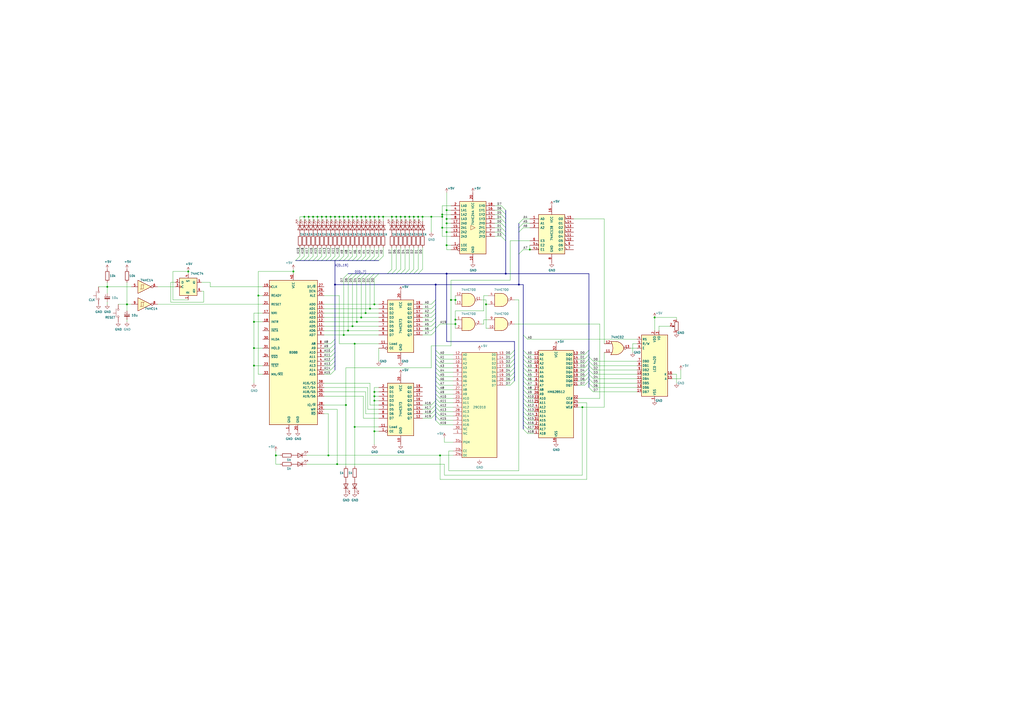
<source format=kicad_sch>
(kicad_sch (version 20211123) (generator eeschema)
  (paper "A2")
  (junction (at 149.86 171.45))
  (junction (at 222.25 125.73))
  (junction (at 232.41 125.73))
  (junction (at 186.69 125.73))
  (junction (at 256.54 132.08))
  (junction (at 209.55 184.15))
  (junction (at 214.63 179.07))
  (junction (at 147.32 201.93))
  (junction (at 195.58 269.24))
  (junction (at 256.54 124.46))
  (junction (at 259.08 134.62))
  (junction (at 259.08 142.24))
  (junction (at 217.17 232.41))
  (junction (at 281.94 176.53))
  (junction (at 234.95 125.73))
  (junction (at 147.32 186.69))
  (junction (at 176.53 125.73))
  (junction (at 379.73 184.15))
  (junction (at 337.82 236.22))
  (junction (at 264.16 173.99))
  (junction (at 259.08 121.92))
  (junction (at 237.49 125.73))
  (junction (at 217.17 125.73))
  (junction (at 293.37 158.75))
  (junction (at 214.63 125.73))
  (junction (at 194.31 125.73))
  (junction (at 264.16 187.96))
  (junction (at 217.17 229.87))
  (junction (at 256.54 125.73))
  (junction (at 229.87 125.73))
  (junction (at 252.73 165.1))
  (junction (at 261.62 173.99))
  (junction (at 199.39 125.73))
  (junction (at 147.32 212.09))
  (junction (at 189.23 125.73))
  (junction (at 160.02 264.16))
  (junction (at 200.66 234.95))
  (junction (at 205.74 247.65))
  (junction (at 191.77 125.73))
  (junction (at 179.07 125.73))
  (junction (at 196.85 125.73))
  (junction (at 212.09 181.61))
  (junction (at 170.18 157.48))
  (junction (at 199.39 194.31))
  (junction (at 190.5 264.16))
  (junction (at 209.55 125.73))
  (junction (at 255.27 264.16))
  (junction (at 307.34 144.78))
  (junction (at 240.03 125.73))
  (junction (at 194.31 165.1))
  (junction (at 204.47 189.23))
  (junction (at 207.01 125.73))
  (junction (at 217.17 227.33))
  (junction (at 184.15 125.73))
  (junction (at 207.01 186.69))
  (junction (at 300.99 165.1))
  (junction (at 204.47 125.73))
  (junction (at 217.17 176.53))
  (junction (at 73.66 176.53))
  (junction (at 205.74 199.39))
  (junction (at 181.61 125.73))
  (junction (at 259.08 129.54))
  (junction (at 264.16 185.42))
  (junction (at 219.71 125.73))
  (junction (at 201.93 191.77))
  (junction (at 217.17 250.19))
  (junction (at 245.11 125.73))
  (junction (at 201.93 125.73))
  (junction (at 259.08 158.75))
  (junction (at 250.19 125.73))
  (junction (at 109.22 157.48))
  (junction (at 242.57 125.73))
  (junction (at 62.23 166.37))
  (junction (at 259.08 127))
  (junction (at 227.33 125.73))
  (junction (at 212.09 125.73))
  (bus_entry (at 237.49 158.75) (size 2.54 -2.54))
  (bus_entry (at 234.95 158.75) (size 2.54 -2.54))
  (bus_entry (at 252.73 231.14) (size 2.54 2.54))
  (bus_entry (at 303.53 210.82) (size 2.54 2.54))
  (bus_entry (at 191.77 212.09) (size 2.54 -2.54))
  (bus_entry (at 227.33 158.75) (size 2.54 -2.54))
  (bus_entry (at 191.77 207.01) (size 2.54 -2.54))
  (bus_entry (at 290.83 129.54) (size 2.54 2.54))
  (bus_entry (at 250.19 184.15) (size 2.54 -2.54))
  (bus_entry (at 290.83 121.92) (size 2.54 2.54))
  (bus_entry (at 290.83 124.46) (size 2.54 2.54))
  (bus_entry (at 303.53 208.28) (size 2.54 2.54))
  (bus_entry (at 191.77 199.39) (size 2.54 -2.54))
  (bus_entry (at 173.99 151.13) (size 2.54 -2.54))
  (bus_entry (at 201.93 161.29) (size 2.54 -2.54))
  (bus_entry (at 219.71 151.13) (size 2.54 -2.54))
  (bus_entry (at 252.73 223.52) (size 2.54 2.54))
  (bus_entry (at 240.03 158.75) (size 2.54 -2.54))
  (bus_entry (at 341.63 212.09) (size 2.54 2.54))
  (bus_entry (at 303.53 144.78) (size -2.54 2.54))
  (bus_entry (at 303.53 127) (size -2.54 2.54))
  (bus_entry (at 303.53 129.54) (size -2.54 2.54))
  (bus_entry (at 303.53 132.08) (size -2.54 2.54))
  (bus_entry (at 295.91 208.28) (size 2.54 -2.54))
  (bus_entry (at 339.09 213.36) (size 2.54 -2.54))
  (bus_entry (at 252.73 238.76) (size 2.54 2.54))
  (bus_entry (at 341.63 219.71) (size 2.54 2.54))
  (bus_entry (at 303.53 218.44) (size 2.54 2.54))
  (bus_entry (at 184.15 151.13) (size 2.54 -2.54))
  (bus_entry (at 191.77 151.13) (size 2.54 -2.54))
  (bus_entry (at 295.91 213.36) (size 2.54 -2.54))
  (bus_entry (at 252.73 203.2) (size 2.54 2.54))
  (bus_entry (at 199.39 151.13) (size 2.54 -2.54))
  (bus_entry (at 224.79 158.75) (size 2.54 -2.54))
  (bus_entry (at 252.73 205.74) (size 2.54 2.54))
  (bus_entry (at 303.53 220.98) (size 2.54 2.54))
  (bus_entry (at 201.93 151.13) (size 2.54 -2.54))
  (bus_entry (at 217.17 151.13) (size 2.54 -2.54))
  (bus_entry (at 191.77 201.93) (size 2.54 -2.54))
  (bus_entry (at 295.91 220.98) (size 2.54 -2.54))
  (bus_entry (at 252.73 228.6) (size 2.54 2.54))
  (bus_entry (at 303.53 203.2) (size 2.54 2.54))
  (bus_entry (at 252.73 233.68) (size 2.54 2.54))
  (bus_entry (at 303.53 194.31) (size 2.54 2.54))
  (bus_entry (at 191.77 217.17) (size 2.54 -2.54))
  (bus_entry (at 303.53 231.14) (size 2.54 2.54))
  (bus_entry (at 290.83 137.16) (size 2.54 2.54))
  (bus_entry (at 303.53 238.76) (size 2.54 2.54))
  (bus_entry (at 303.53 213.36) (size 2.54 2.54))
  (bus_entry (at 209.55 151.13) (size 2.54 -2.54))
  (bus_entry (at 341.63 214.63) (size 2.54 2.54))
  (bus_entry (at 250.19 194.31) (size 2.54 -2.54))
  (bus_entry (at 250.19 234.95) (size 2.54 -2.54))
  (bus_entry (at 250.19 179.07) (size 2.54 -2.54))
  (bus_entry (at 204.47 161.29) (size 2.54 -2.54))
  (bus_entry (at 196.85 151.13) (size 2.54 -2.54))
  (bus_entry (at 181.61 151.13) (size 2.54 -2.54))
  (bus_entry (at 250.19 186.69) (size 2.54 -2.54))
  (bus_entry (at 290.83 132.08) (size 2.54 2.54))
  (bus_entry (at 207.01 151.13) (size 2.54 -2.54))
  (bus_entry (at 209.55 161.29) (size 2.54 -2.54))
  (bus_entry (at 341.63 224.79) (size 2.54 2.54))
  (bus_entry (at 191.77 214.63) (size 2.54 -2.54))
  (bus_entry (at 339.09 223.52) (size 2.54 -2.54))
  (bus_entry (at 341.63 207.01) (size 2.54 2.54))
  (bus_entry (at 339.09 218.44) (size 2.54 -2.54))
  (bus_entry (at 339.09 220.98) (size 2.54 -2.54))
  (bus_entry (at 339.09 210.82) (size 2.54 -2.54))
  (bus_entry (at 252.73 213.36) (size 2.54 2.54))
  (bus_entry (at 250.19 242.57) (size 2.54 -2.54))
  (bus_entry (at 176.53 151.13) (size 2.54 -2.54))
  (bus_entry (at 250.19 240.03) (size 2.54 -2.54))
  (bus_entry (at 191.77 209.55) (size 2.54 -2.54))
  (bus_entry (at 303.53 241.3) (size 2.54 2.54))
  (bus_entry (at 252.73 226.06) (size 2.54 2.54))
  (bus_entry (at 250.19 189.23) (size 2.54 -2.54))
  (bus_entry (at 290.83 119.38) (size 2.54 2.54))
  (bus_entry (at 179.07 151.13) (size 2.54 -2.54))
  (bus_entry (at 204.47 151.13) (size 2.54 -2.54))
  (bus_entry (at 303.53 236.22) (size 2.54 2.54))
  (bus_entry (at 171.45 151.13) (size 2.54 -2.54))
  (bus_entry (at 339.09 208.28) (size 2.54 -2.54))
  (bus_entry (at 341.63 209.55) (size 2.54 2.54))
  (bus_entry (at 252.73 190.5) (size 2.54 -2.54))
  (bus_entry (at 303.53 223.52) (size 2.54 2.54))
  (bus_entry (at 207.01 161.29) (size 2.54 -2.54))
  (bus_entry (at 242.57 158.75) (size 2.54 -2.54))
  (bus_entry (at 252.73 243.84) (size 2.54 2.54))
  (bus_entry (at 217.17 161.29) (size 2.54 -2.54))
  (bus_entry (at 339.09 205.74) (size 2.54 -2.54))
  (bus_entry (at 290.83 127) (size 2.54 2.54))
  (bus_entry (at 232.41 158.75) (size 2.54 -2.54))
  (bus_entry (at 252.73 210.82) (size 2.54 2.54))
  (bus_entry (at 252.73 241.3) (size 2.54 2.54))
  (bus_entry (at 341.63 217.17) (size 2.54 2.54))
  (bus_entry (at 295.91 215.9) (size 2.54 -2.54))
  (bus_entry (at 295.91 210.82) (size 2.54 -2.54))
  (bus_entry (at 212.09 161.29) (size 2.54 -2.54))
  (bus_entry (at 212.09 151.13) (size 2.54 -2.54))
  (bus_entry (at 229.87 158.75) (size 2.54 -2.54))
  (bus_entry (at 194.31 151.13) (size 2.54 -2.54))
  (bus_entry (at 191.77 204.47) (size 2.54 -2.54))
  (bus_entry (at 186.69 151.13) (size 2.54 -2.54))
  (bus_entry (at 214.63 151.13) (size 2.54 -2.54))
  (bus_entry (at 252.73 236.22) (size 2.54 2.54))
  (bus_entry (at 295.91 205.74) (size 2.54 -2.54))
  (bus_entry (at 295.91 223.52) (size 2.54 -2.54))
  (bus_entry (at 341.63 222.25) (size 2.54 2.54))
  (bus_entry (at 303.53 226.06) (size 2.54 2.54))
  (bus_entry (at 303.53 233.68) (size 2.54 2.54))
  (bus_entry (at 250.19 237.49) (size 2.54 -2.54))
  (bus_entry (at 295.91 218.44) (size 2.54 -2.54))
  (bus_entry (at 339.09 215.9) (size 2.54 -2.54))
  (bus_entry (at 303.53 205.74) (size 2.54 2.54))
  (bus_entry (at 199.39 161.29) (size 2.54 -2.54))
  (bus_entry (at 252.73 208.28) (size 2.54 2.54))
  (bus_entry (at 303.53 246.38) (size 2.54 2.54))
  (bus_entry (at 250.19 191.77) (size 2.54 -2.54))
  (bus_entry (at 252.73 215.9) (size 2.54 2.54))
  (bus_entry (at 303.53 228.6) (size 2.54 2.54))
  (bus_entry (at 290.83 134.62) (size 2.54 2.54))
  (bus_entry (at 189.23 151.13) (size 2.54 -2.54))
  (bus_entry (at 250.19 181.61) (size 2.54 -2.54))
  (bus_entry (at 214.63 161.29) (size 2.54 -2.54))
  (bus_entry (at 250.19 176.53) (size 2.54 -2.54))
  (bus_entry (at 303.53 243.84) (size 2.54 2.54))
  (bus_entry (at 252.73 220.98) (size 2.54 2.54))
  (bus_entry (at 303.53 248.92) (size 2.54 2.54))
  (bus_entry (at 252.73 218.44) (size 2.54 2.54))
  (bus_entry (at 303.53 215.9) (size 2.54 2.54))
  (bus (pts (xy 303.53 238.76) (xy 303.53 241.3)))
  (wire (pts (xy 255.27 205.74) (xy 262.89 205.74)))
  (wire (pts (xy 245.11 189.23) (xy 250.19 189.23)))
  (wire (pts (xy 201.93 148.59) (xy 201.93 143.51)))
  (wire (pts (xy 337.82 236.22) (xy 335.28 236.22)))
  (wire (pts (xy 293.37 208.28) (xy 295.91 208.28)))
  (wire (pts (xy 201.93 128.27) (xy 201.93 125.73)))
  (wire (pts (xy 287.02 127) (xy 290.83 127)))
  (bus (pts (xy 252.73 184.15) (xy 252.73 186.69)))
  (wire (pts (xy 217.17 161.29) (xy 217.17 176.53)))
  (wire (pts (xy 212.09 125.73) (xy 214.63 125.73)))
  (wire (pts (xy 344.17 209.55) (xy 369.57 209.55)))
  (bus (pts (xy 214.63 158.75) (xy 217.17 158.75)))
  (bus (pts (xy 298.45 203.2) (xy 298.45 205.74)))
  (wire (pts (xy 280.67 185.42) (xy 280.67 187.96)))
  (wire (pts (xy 207.01 143.51) (xy 207.01 148.59)))
  (wire (pts (xy 255.27 187.96) (xy 264.16 187.96)))
  (wire (pts (xy 261.62 142.24) (xy 259.08 142.24)))
  (wire (pts (xy 255.27 226.06) (xy 262.89 226.06)))
  (wire (pts (xy 214.63 179.07) (xy 219.71 179.07)))
  (wire (pts (xy 187.96 237.49) (xy 195.58 237.49)))
  (wire (pts (xy 152.4 212.09) (xy 147.32 212.09)))
  (wire (pts (xy 219.71 189.23) (xy 204.47 189.23)))
  (wire (pts (xy 176.53 125.73) (xy 179.07 125.73)))
  (bus (pts (xy 194.31 165.1) (xy 194.31 196.85)))
  (wire (pts (xy 199.39 128.27) (xy 199.39 125.73)))
  (bus (pts (xy 252.73 234.95) (xy 252.73 236.22)))
  (bus (pts (xy 173.99 151.13) (xy 176.53 151.13)))
  (wire (pts (xy 335.28 220.98) (xy 339.09 220.98)))
  (bus (pts (xy 176.53 151.13) (xy 179.07 151.13)))
  (wire (pts (xy 369.57 199.39) (xy 367.03 199.39)))
  (wire (pts (xy 73.66 185.42) (xy 73.66 186.69)))
  (wire (pts (xy 205.74 199.39) (xy 219.71 199.39)))
  (wire (pts (xy 257.81 275.59) (xy 337.82 275.59)))
  (bus (pts (xy 201.93 151.13) (xy 204.47 151.13)))
  (wire (pts (xy 293.37 223.52) (xy 295.91 223.52)))
  (wire (pts (xy 347.98 187.96) (xy 347.98 231.14)))
  (bus (pts (xy 293.37 158.75) (xy 259.08 158.75)))
  (wire (pts (xy 121.92 163.83) (xy 116.84 163.83)))
  (bus (pts (xy 341.63 213.36) (xy 341.63 214.63)))
  (wire (pts (xy 250.19 181.61) (xy 245.11 181.61)))
  (wire (pts (xy 76.2 166.37) (xy 62.23 166.37)))
  (wire (pts (xy 283.21 176.53) (xy 281.94 176.53)))
  (wire (pts (xy 205.74 247.65) (xy 219.71 247.65)))
  (wire (pts (xy 170.18 157.48) (xy 170.18 158.75)))
  (wire (pts (xy 264.16 171.45) (xy 264.16 173.99)))
  (wire (pts (xy 250.19 213.36) (xy 250.19 200.66)))
  (wire (pts (xy 344.17 227.33) (xy 369.57 227.33)))
  (bus (pts (xy 201.93 158.75) (xy 204.47 158.75)))
  (wire (pts (xy 212.09 128.27) (xy 212.09 125.73)))
  (bus (pts (xy 171.45 151.13) (xy 173.99 151.13)))
  (wire (pts (xy 259.08 134.62) (xy 259.08 142.24)))
  (wire (pts (xy 91.44 166.37) (xy 101.6 166.37)))
  (bus (pts (xy 252.73 181.61) (xy 252.73 184.15)))
  (wire (pts (xy 337.82 236.22) (xy 350.52 236.22)))
  (wire (pts (xy 281.94 190.5) (xy 283.21 190.5)))
  (bus (pts (xy 293.37 139.7) (xy 293.37 158.75)))
  (wire (pts (xy 205.74 247.65) (xy 205.74 270.51)))
  (bus (pts (xy 341.63 222.25) (xy 341.63 224.79)))
  (wire (pts (xy 255.27 215.9) (xy 262.89 215.9)))
  (bus (pts (xy 303.53 165.1) (xy 303.53 194.31)))
  (wire (pts (xy 62.23 175.26) (xy 62.23 176.53)))
  (wire (pts (xy 209.55 184.15) (xy 219.71 184.15)))
  (wire (pts (xy 219.71 224.79) (xy 217.17 224.79)))
  (wire (pts (xy 303.53 144.78) (xy 307.34 144.78)))
  (wire (pts (xy 204.47 148.59) (xy 204.47 143.51)))
  (bus (pts (xy 186.69 151.13) (xy 189.23 151.13)))
  (wire (pts (xy 242.57 125.73) (xy 245.11 125.73)))
  (wire (pts (xy 212.09 227.33) (xy 212.09 240.03)))
  (wire (pts (xy 245.11 179.07) (xy 250.19 179.07)))
  (bus (pts (xy 303.53 231.14) (xy 303.53 233.68)))
  (wire (pts (xy 99.06 175.26) (xy 118.11 175.26)))
  (wire (pts (xy 204.47 189.23) (xy 187.96 189.23)))
  (bus (pts (xy 252.73 208.28) (xy 252.73 210.82)))
  (wire (pts (xy 147.32 186.69) (xy 152.4 186.69)))
  (bus (pts (xy 298.45 210.82) (xy 298.45 213.36)))
  (wire (pts (xy 173.99 148.59) (xy 173.99 143.51)))
  (wire (pts (xy 207.01 128.27) (xy 207.01 125.73)))
  (bus (pts (xy 232.41 158.75) (xy 234.95 158.75)))
  (bus (pts (xy 252.73 215.9) (xy 252.73 218.44)))
  (wire (pts (xy 191.77 201.93) (xy 187.96 201.93)))
  (wire (pts (xy 250.19 176.53) (xy 245.11 176.53)))
  (bus (pts (xy 303.53 226.06) (xy 303.53 228.6)))
  (wire (pts (xy 100.33 157.48) (xy 109.22 157.48)))
  (wire (pts (xy 306.07 196.85) (xy 369.57 196.85)))
  (wire (pts (xy 217.17 229.87) (xy 219.71 229.87)))
  (wire (pts (xy 187.96 240.03) (xy 190.5 240.03)))
  (bus (pts (xy 204.47 151.13) (xy 207.01 151.13)))
  (wire (pts (xy 382.27 189.23) (xy 388.62 189.23)))
  (wire (pts (xy 264.16 173.99) (xy 264.16 176.53)))
  (bus (pts (xy 303.53 243.84) (xy 303.53 246.38)))
  (bus (pts (xy 303.53 236.22) (xy 303.53 238.76)))
  (wire (pts (xy 227.33 125.73) (xy 222.25 125.73)))
  (wire (pts (xy 259.08 127) (xy 261.62 127)))
  (bus (pts (xy 191.77 151.13) (xy 194.31 151.13)))
  (wire (pts (xy 295.91 139.7) (xy 307.34 139.7)))
  (bus (pts (xy 217.17 158.75) (xy 219.71 158.75)))
  (bus (pts (xy 298.45 208.28) (xy 298.45 210.82)))
  (wire (pts (xy 245.11 156.21) (xy 245.11 143.51)))
  (wire (pts (xy 306.07 248.92) (xy 309.88 248.92)))
  (bus (pts (xy 252.73 186.69) (xy 252.73 189.23)))
  (wire (pts (xy 62.23 166.37) (xy 62.23 170.18)))
  (bus (pts (xy 252.73 165.1) (xy 300.99 165.1)))
  (wire (pts (xy 250.19 200.66) (xy 261.62 200.66)))
  (wire (pts (xy 227.33 125.73) (xy 229.87 125.73)))
  (bus (pts (xy 214.63 151.13) (xy 217.17 151.13)))
  (wire (pts (xy 229.87 143.51) (xy 229.87 156.21)))
  (bus (pts (xy 194.31 165.1) (xy 252.73 165.1)))
  (wire (pts (xy 219.71 176.53) (xy 217.17 176.53)))
  (wire (pts (xy 256.54 125.73) (xy 256.54 132.08)))
  (wire (pts (xy 255.27 264.16) (xy 262.89 264.16)))
  (wire (pts (xy 365.76 201.93) (xy 369.57 201.93)))
  (wire (pts (xy 306.07 236.22) (xy 309.88 236.22)))
  (wire (pts (xy 173.99 125.73) (xy 176.53 125.73)))
  (wire (pts (xy 196.85 171.45) (xy 196.85 199.39)))
  (wire (pts (xy 76.2 176.53) (xy 73.66 176.53)))
  (bus (pts (xy 252.73 241.3) (xy 252.73 243.84)))
  (wire (pts (xy 177.8 264.16) (xy 190.5 264.16)))
  (wire (pts (xy 232.41 128.27) (xy 232.41 125.73)))
  (wire (pts (xy 255.27 243.84) (xy 262.89 243.84)))
  (wire (pts (xy 176.53 143.51) (xy 176.53 148.59)))
  (wire (pts (xy 245.11 194.31) (xy 250.19 194.31)))
  (wire (pts (xy 245.11 184.15) (xy 250.19 184.15)))
  (bus (pts (xy 224.79 158.75) (xy 227.33 158.75)))
  (wire (pts (xy 337.82 236.22) (xy 337.82 275.59)))
  (wire (pts (xy 195.58 269.24) (xy 257.81 269.24)))
  (wire (pts (xy 306.07 233.68) (xy 309.88 233.68)))
  (wire (pts (xy 287.02 129.54) (xy 290.83 129.54)))
  (bus (pts (xy 179.07 151.13) (xy 181.61 151.13)))
  (bus (pts (xy 194.31 196.85) (xy 194.31 199.39)))
  (wire (pts (xy 300.99 273.05) (xy 300.99 173.99)))
  (wire (pts (xy 280.67 171.45) (xy 280.67 180.34)))
  (bus (pts (xy 252.73 232.41) (xy 252.73 233.68)))
  (wire (pts (xy 261.62 134.62) (xy 259.08 134.62)))
  (bus (pts (xy 303.53 228.6) (xy 303.53 231.14)))
  (bus (pts (xy 227.33 158.75) (xy 229.87 158.75)))
  (wire (pts (xy 240.03 143.51) (xy 240.03 156.21)))
  (wire (pts (xy 281.94 176.53) (xy 281.94 173.99)))
  (wire (pts (xy 214.63 161.29) (xy 214.63 179.07)))
  (wire (pts (xy 237.49 143.51) (xy 237.49 156.21)))
  (wire (pts (xy 250.19 125.73) (xy 256.54 125.73)))
  (wire (pts (xy 255.27 210.82) (xy 262.89 210.82)))
  (wire (pts (xy 209.55 125.73) (xy 212.09 125.73)))
  (wire (pts (xy 191.77 148.59) (xy 191.77 143.51)))
  (wire (pts (xy 217.17 227.33) (xy 219.71 227.33)))
  (wire (pts (xy 287.02 121.92) (xy 290.83 121.92)))
  (bus (pts (xy 252.73 226.06) (xy 252.73 228.6)))
  (wire (pts (xy 261.62 121.92) (xy 259.08 121.92)))
  (wire (pts (xy 306.07 208.28) (xy 309.88 208.28)))
  (wire (pts (xy 287.02 134.62) (xy 290.83 134.62)))
  (wire (pts (xy 335.28 213.36) (xy 339.09 213.36)))
  (bus (pts (xy 341.63 220.98) (xy 341.63 222.25)))
  (bus (pts (xy 194.31 207.01) (xy 194.31 209.55)))
  (bus (pts (xy 181.61 151.13) (xy 184.15 151.13)))
  (wire (pts (xy 170.18 156.21) (xy 170.18 157.48)))
  (wire (pts (xy 214.63 222.25) (xy 214.63 234.95)))
  (wire (pts (xy 187.96 194.31) (xy 199.39 194.31)))
  (bus (pts (xy 199.39 151.13) (xy 201.93 151.13)))
  (wire (pts (xy 207.01 161.29) (xy 207.01 186.69)))
  (wire (pts (xy 298.45 187.96) (xy 347.98 187.96)))
  (bus (pts (xy 240.03 158.75) (xy 242.57 158.75)))
  (wire (pts (xy 160.02 264.16) (xy 160.02 269.24)))
  (wire (pts (xy 287.02 124.46) (xy 290.83 124.46)))
  (bus (pts (xy 209.55 158.75) (xy 212.09 158.75)))
  (wire (pts (xy 149.86 217.17) (xy 149.86 171.45)))
  (bus (pts (xy 303.53 220.98) (xy 303.53 223.52)))
  (wire (pts (xy 344.17 214.63) (xy 369.57 214.63)))
  (wire (pts (xy 259.08 111.76) (xy 259.08 121.92)))
  (bus (pts (xy 252.73 191.77) (xy 252.73 203.2)))
  (bus (pts (xy 259.08 158.75) (xy 259.08 198.12)))
  (wire (pts (xy 210.82 242.57) (xy 219.71 242.57)))
  (wire (pts (xy 293.37 213.36) (xy 295.91 213.36)))
  (wire (pts (xy 295.91 162.56) (xy 295.91 139.7)))
  (wire (pts (xy 335.28 210.82) (xy 339.09 210.82)))
  (bus (pts (xy 293.37 121.92) (xy 293.37 124.46)))
  (wire (pts (xy 200.66 234.95) (xy 200.66 213.36)))
  (wire (pts (xy 259.08 144.78) (xy 259.08 142.24)))
  (wire (pts (xy 340.36 233.68) (xy 340.36 278.13)))
  (wire (pts (xy 335.28 233.68) (xy 340.36 233.68)))
  (wire (pts (xy 109.22 173.99) (xy 100.33 173.99)))
  (wire (pts (xy 257.81 254) (xy 257.81 256.54)))
  (wire (pts (xy 73.66 163.83) (xy 73.66 176.53)))
  (wire (pts (xy 240.03 128.27) (xy 240.03 125.73)))
  (wire (pts (xy 100.33 173.99) (xy 100.33 157.48)))
  (wire (pts (xy 181.61 125.73) (xy 184.15 125.73)))
  (bus (pts (xy 303.53 203.2) (xy 303.53 205.74)))
  (bus (pts (xy 298.45 218.44) (xy 298.45 220.98)))
  (wire (pts (xy 187.96 209.55) (xy 191.77 209.55)))
  (wire (pts (xy 149.86 157.48) (xy 149.86 171.45)))
  (wire (pts (xy 245.11 240.03) (xy 250.19 240.03)))
  (wire (pts (xy 256.54 132.08) (xy 261.62 132.08)))
  (bus (pts (xy 341.63 203.2) (xy 341.63 205.74)))
  (bus (pts (xy 298.45 215.9) (xy 298.45 218.44)))
  (wire (pts (xy 306.07 213.36) (xy 309.88 213.36)))
  (wire (pts (xy 261.62 200.66) (xy 261.62 173.99)))
  (bus (pts (xy 341.63 158.75) (xy 293.37 158.75)))
  (wire (pts (xy 350.52 199.39) (xy 350.52 127)))
  (bus (pts (xy 303.53 215.9) (xy 303.53 218.44)))
  (bus (pts (xy 212.09 151.13) (xy 214.63 151.13)))
  (bus (pts (xy 219.71 158.75) (xy 224.79 158.75)))
  (wire (pts (xy 260.35 273.05) (xy 300.99 273.05)))
  (wire (pts (xy 222.25 148.59) (xy 222.25 143.51)))
  (wire (pts (xy 222.25 128.27) (xy 222.25 125.73)))
  (wire (pts (xy 187.96 191.77) (xy 201.93 191.77)))
  (bus (pts (xy 252.73 173.99) (xy 252.73 176.53)))
  (wire (pts (xy 109.22 157.48) (xy 109.22 158.75)))
  (wire (pts (xy 181.61 128.27) (xy 181.61 125.73)))
  (wire (pts (xy 147.32 186.69) (xy 147.32 201.93)))
  (wire (pts (xy 217.17 232.41) (xy 217.17 250.19)))
  (wire (pts (xy 152.4 166.37) (xy 121.92 166.37)))
  (wire (pts (xy 255.27 228.6) (xy 262.89 228.6)))
  (wire (pts (xy 160.02 269.24) (xy 162.56 269.24)))
  (wire (pts (xy 389.89 217.17) (xy 392.43 217.17)))
  (wire (pts (xy 217.17 229.87) (xy 217.17 232.41)))
  (wire (pts (xy 237.49 128.27) (xy 237.49 125.73)))
  (wire (pts (xy 250.19 191.77) (xy 245.11 191.77)))
  (wire (pts (xy 184.15 128.27) (xy 184.15 125.73)))
  (wire (pts (xy 191.77 207.01) (xy 187.96 207.01)))
  (wire (pts (xy 237.49 125.73) (xy 240.03 125.73)))
  (wire (pts (xy 306.07 243.84) (xy 309.88 243.84)))
  (wire (pts (xy 200.66 234.95) (xy 200.66 270.51)))
  (wire (pts (xy 303.53 127) (xy 307.34 127)))
  (wire (pts (xy 204.47 161.29) (xy 204.47 189.23)))
  (wire (pts (xy 214.63 234.95) (xy 219.71 234.95)))
  (wire (pts (xy 213.36 237.49) (xy 219.71 237.49)))
  (bus (pts (xy 252.73 237.49) (xy 252.73 238.76)))
  (bus (pts (xy 303.53 205.74) (xy 303.53 208.28)))
  (wire (pts (xy 392.43 184.15) (xy 379.73 184.15)))
  (bus (pts (xy 341.63 208.28) (xy 341.63 209.55)))
  (wire (pts (xy 335.28 215.9) (xy 339.09 215.9)))
  (wire (pts (xy 332.74 127) (xy 350.52 127)))
  (bus (pts (xy 341.63 203.2) (xy 341.63 158.75)))
  (wire (pts (xy 214.63 128.27) (xy 214.63 125.73)))
  (wire (pts (xy 350.52 204.47) (xy 350.52 236.22)))
  (wire (pts (xy 306.07 220.98) (xy 309.88 220.98)))
  (bus (pts (xy 252.73 240.03) (xy 252.73 241.3)))
  (wire (pts (xy 184.15 125.73) (xy 186.69 125.73)))
  (wire (pts (xy 219.71 201.93) (xy 219.71 209.55)))
  (wire (pts (xy 189.23 128.27) (xy 189.23 125.73)))
  (wire (pts (xy 200.66 213.36) (xy 250.19 213.36)))
  (wire (pts (xy 99.06 163.83) (xy 99.06 175.26)))
  (bus (pts (xy 194.31 209.55) (xy 194.31 212.09)))
  (wire (pts (xy 281.94 176.53) (xy 281.94 190.5)))
  (wire (pts (xy 256.54 124.46) (xy 261.62 124.46)))
  (wire (pts (xy 344.17 217.17) (xy 369.57 217.17)))
  (wire (pts (xy 201.93 125.73) (xy 204.47 125.73)))
  (wire (pts (xy 335.28 223.52) (xy 339.09 223.52)))
  (wire (pts (xy 280.67 187.96) (xy 279.4 187.96)))
  (wire (pts (xy 184.15 148.59) (xy 184.15 143.51)))
  (wire (pts (xy 62.23 163.83) (xy 62.23 166.37)))
  (wire (pts (xy 187.96 214.63) (xy 191.77 214.63)))
  (bus (pts (xy 194.31 201.93) (xy 194.31 204.47)))
  (wire (pts (xy 335.28 208.28) (xy 339.09 208.28)))
  (wire (pts (xy 212.09 240.03) (xy 219.71 240.03)))
  (wire (pts (xy 62.23 166.37) (xy 57.15 166.37)))
  (wire (pts (xy 255.27 231.14) (xy 262.89 231.14)))
  (wire (pts (xy 196.85 148.59) (xy 196.85 143.51)))
  (wire (pts (xy 190.5 240.03) (xy 190.5 264.16)))
  (wire (pts (xy 212.09 148.59) (xy 212.09 143.51)))
  (wire (pts (xy 204.47 125.73) (xy 207.01 125.73)))
  (wire (pts (xy 99.06 163.83) (xy 101.6 163.83)))
  (wire (pts (xy 300.99 173.99) (xy 298.45 173.99)))
  (wire (pts (xy 261.62 119.38) (xy 256.54 119.38)))
  (wire (pts (xy 259.08 129.54) (xy 259.08 127)))
  (wire (pts (xy 210.82 229.87) (xy 210.82 242.57)))
  (wire (pts (xy 181.61 148.59) (xy 181.61 143.51)))
  (wire (pts (xy 306.07 228.6) (xy 309.88 228.6)))
  (wire (pts (xy 242.57 128.27) (xy 242.57 125.73)))
  (wire (pts (xy 201.93 191.77) (xy 219.71 191.77)))
  (wire (pts (xy 187.96 186.69) (xy 207.01 186.69)))
  (bus (pts (xy 341.63 212.09) (xy 341.63 213.36)))
  (wire (pts (xy 179.07 125.73) (xy 181.61 125.73)))
  (wire (pts (xy 264.16 180.34) (xy 264.16 185.42)))
  (bus (pts (xy 341.63 210.82) (xy 341.63 212.09)))
  (bus (pts (xy 293.37 124.46) (xy 293.37 127)))
  (wire (pts (xy 187.96 179.07) (xy 214.63 179.07)))
  (wire (pts (xy 179.07 143.51) (xy 179.07 148.59)))
  (wire (pts (xy 283.21 185.42) (xy 280.67 185.42)))
  (wire (pts (xy 196.85 125.73) (xy 199.39 125.73)))
  (wire (pts (xy 259.08 134.62) (xy 259.08 129.54)))
  (bus (pts (xy 341.63 217.17) (xy 341.63 218.44)))
  (wire (pts (xy 217.17 128.27) (xy 217.17 125.73)))
  (bus (pts (xy 303.53 194.31) (xy 303.53 203.2)))
  (wire (pts (xy 256.54 132.08) (xy 256.54 137.16)))
  (wire (pts (xy 147.32 212.09) (xy 147.32 222.25)))
  (bus (pts (xy 189.23 151.13) (xy 191.77 151.13)))
  (wire (pts (xy 242.57 143.51) (xy 242.57 156.21)))
  (wire (pts (xy 176.53 128.27) (xy 176.53 125.73)))
  (wire (pts (xy 335.28 218.44) (xy 339.09 218.44)))
  (wire (pts (xy 306.07 226.06) (xy 309.88 226.06)))
  (bus (pts (xy 341.63 218.44) (xy 341.63 219.71)))
  (bus (pts (xy 194.31 151.13) (xy 194.31 165.1)))
  (wire (pts (xy 255.27 246.38) (xy 262.89 246.38)))
  (wire (pts (xy 73.66 176.53) (xy 73.66 180.34)))
  (wire (pts (xy 256.54 119.38) (xy 256.54 124.46)))
  (wire (pts (xy 189.23 125.73) (xy 191.77 125.73)))
  (wire (pts (xy 118.11 168.91) (xy 116.84 168.91)))
  (wire (pts (xy 255.27 278.13) (xy 340.36 278.13)))
  (wire (pts (xy 217.17 148.59) (xy 217.17 143.51)))
  (wire (pts (xy 255.27 220.98) (xy 262.89 220.98)))
  (wire (pts (xy 306.07 218.44) (xy 309.88 218.44)))
  (bus (pts (xy 196.85 151.13) (xy 199.39 151.13)))
  (wire (pts (xy 187.96 227.33) (xy 212.09 227.33)))
  (wire (pts (xy 256.54 124.46) (xy 256.54 125.73)))
  (wire (pts (xy 199.39 143.51) (xy 199.39 148.59)))
  (wire (pts (xy 257.81 269.24) (xy 257.81 275.59)))
  (wire (pts (xy 255.27 241.3) (xy 262.89 241.3)))
  (wire (pts (xy 191.77 217.17) (xy 187.96 217.17)))
  (bus (pts (xy 209.55 151.13) (xy 212.09 151.13)))
  (wire (pts (xy 152.4 217.17) (xy 149.86 217.17)))
  (wire (pts (xy 187.96 199.39) (xy 191.77 199.39)))
  (wire (pts (xy 209.55 143.51) (xy 209.55 148.59)))
  (wire (pts (xy 256.54 137.16) (xy 261.62 137.16)))
  (wire (pts (xy 344.17 224.79) (xy 369.57 224.79)))
  (wire (pts (xy 199.39 194.31) (xy 219.71 194.31)))
  (bus (pts (xy 300.99 134.62) (xy 300.99 147.32)))
  (wire (pts (xy 227.33 125.73) (xy 227.33 128.27)))
  (wire (pts (xy 255.27 223.52) (xy 262.89 223.52)))
  (wire (pts (xy 204.47 128.27) (xy 204.47 125.73)))
  (wire (pts (xy 293.37 205.74) (xy 295.91 205.74)))
  (bus (pts (xy 194.31 212.09) (xy 194.31 214.63)))
  (wire (pts (xy 217.17 227.33) (xy 217.17 229.87)))
  (bus (pts (xy 259.08 198.12) (xy 298.45 198.12)))
  (wire (pts (xy 217.17 250.19) (xy 217.17 257.81)))
  (wire (pts (xy 293.37 218.44) (xy 295.91 218.44)))
  (bus (pts (xy 298.45 198.12) (xy 298.45 203.2)))
  (wire (pts (xy 344.17 222.25) (xy 369.57 222.25)))
  (bus (pts (xy 237.49 158.75) (xy 240.03 158.75)))
  (bus (pts (xy 298.45 205.74) (xy 298.45 208.28)))
  (bus (pts (xy 252.73 231.14) (xy 252.73 232.41)))
  (wire (pts (xy 217.17 232.41) (xy 219.71 232.41)))
  (bus (pts (xy 303.53 246.38) (xy 303.53 248.92)))
  (wire (pts (xy 367.03 199.39) (xy 367.03 204.47)))
  (wire (pts (xy 152.4 201.93) (xy 147.32 201.93)))
  (bus (pts (xy 204.47 158.75) (xy 207.01 158.75)))
  (bus (pts (xy 252.73 233.68) (xy 252.73 234.95)))
  (wire (pts (xy 217.17 224.79) (xy 217.17 227.33)))
  (wire (pts (xy 205.74 199.39) (xy 205.74 247.65)))
  (bus (pts (xy 293.37 137.16) (xy 293.37 139.7)))
  (wire (pts (xy 306.07 215.9) (xy 309.88 215.9)))
  (wire (pts (xy 219.71 250.19) (xy 217.17 250.19)))
  (bus (pts (xy 293.37 127) (xy 293.37 129.54)))
  (wire (pts (xy 187.96 224.79) (xy 213.36 224.79)))
  (wire (pts (xy 209.55 128.27) (xy 209.55 125.73)))
  (wire (pts (xy 344.17 212.09) (xy 369.57 212.09)))
  (wire (pts (xy 306.07 251.46) (xy 309.88 251.46)))
  (wire (pts (xy 257.81 256.54) (xy 262.89 256.54)))
  (bus (pts (xy 207.01 151.13) (xy 209.55 151.13)))
  (wire (pts (xy 217.17 176.53) (xy 187.96 176.53)))
  (bus (pts (xy 293.37 129.54) (xy 293.37 132.08)))
  (bus (pts (xy 212.09 158.75) (xy 214.63 158.75)))
  (wire (pts (xy 255.27 213.36) (xy 262.89 213.36)))
  (bus (pts (xy 252.73 165.1) (xy 252.73 173.99)))
  (bus (pts (xy 341.63 209.55) (xy 341.63 210.82)))
  (bus (pts (xy 252.73 218.44) (xy 252.73 220.98)))
  (wire (pts (xy 306.07 223.52) (xy 309.88 223.52)))
  (bus (pts (xy 252.73 189.23) (xy 252.73 190.5)))
  (wire (pts (xy 91.44 176.53) (xy 152.4 176.53)))
  (bus (pts (xy 252.73 236.22) (xy 252.73 237.49)))
  (wire (pts (xy 229.87 128.27) (xy 229.87 125.73)))
  (wire (pts (xy 255.27 208.28) (xy 262.89 208.28)))
  (wire (pts (xy 245.11 234.95) (xy 250.19 234.95)))
  (bus (pts (xy 252.73 238.76) (xy 252.73 240.03)))
  (wire (pts (xy 187.96 204.47) (xy 191.77 204.47)))
  (bus (pts (xy 252.73 205.74) (xy 252.73 208.28)))
  (wire (pts (xy 232.41 143.51) (xy 232.41 156.21)))
  (bus (pts (xy 252.73 179.07) (xy 252.73 181.61)))
  (bus (pts (xy 252.73 228.6) (xy 252.73 231.14)))
  (wire (pts (xy 217.17 125.73) (xy 219.71 125.73)))
  (wire (pts (xy 392.43 185.42) (xy 392.43 184.15)))
  (wire (pts (xy 306.07 231.14) (xy 309.88 231.14)))
  (bus (pts (xy 303.53 210.82) (xy 303.53 213.36)))
  (wire (pts (xy 196.85 199.39) (xy 205.74 199.39)))
  (wire (pts (xy 240.03 125.73) (xy 242.57 125.73)))
  (wire (pts (xy 160.02 261.62) (xy 160.02 264.16)))
  (wire (pts (xy 149.86 171.45) (xy 152.4 171.45)))
  (bus (pts (xy 300.99 129.54) (xy 300.99 132.08)))
  (wire (pts (xy 306.07 241.3) (xy 309.88 241.3)))
  (bus (pts (xy 293.37 134.62) (xy 293.37 137.16)))
  (wire (pts (xy 118.11 175.26) (xy 118.11 168.91)))
  (wire (pts (xy 255.27 236.22) (xy 262.89 236.22)))
  (wire (pts (xy 293.37 215.9) (xy 295.91 215.9)))
  (wire (pts (xy 219.71 125.73) (xy 222.25 125.73)))
  (bus (pts (xy 252.73 210.82) (xy 252.73 213.36)))
  (wire (pts (xy 232.41 125.73) (xy 234.95 125.73)))
  (bus (pts (xy 194.31 199.39) (xy 194.31 201.93)))
  (wire (pts (xy 195.58 237.49) (xy 195.58 269.24)))
  (bus (pts (xy 194.31 151.13) (xy 196.85 151.13)))
  (wire (pts (xy 177.8 269.24) (xy 195.58 269.24)))
  (wire (pts (xy 307.34 142.24) (xy 307.34 144.78)))
  (wire (pts (xy 207.01 186.69) (xy 219.71 186.69)))
  (bus (pts (xy 252.73 213.36) (xy 252.73 215.9)))
  (wire (pts (xy 335.28 205.74) (xy 339.09 205.74)))
  (wire (pts (xy 234.95 125.73) (xy 237.49 125.73)))
  (wire (pts (xy 245.11 128.27) (xy 245.11 125.73)))
  (wire (pts (xy 264.16 185.42) (xy 264.16 187.96)))
  (bus (pts (xy 303.53 208.28) (xy 303.53 210.82)))
  (wire (pts (xy 194.31 143.51) (xy 194.31 148.59)))
  (bus (pts (xy 293.37 132.08) (xy 293.37 134.62)))
  (wire (pts (xy 196.85 128.27) (xy 196.85 125.73)))
  (bus (pts (xy 303.53 241.3) (xy 303.53 243.84)))
  (wire (pts (xy 303.53 132.08) (xy 307.34 132.08)))
  (wire (pts (xy 255.27 264.16) (xy 255.27 278.13)))
  (bus (pts (xy 341.63 207.01) (xy 341.63 208.28)))
  (bus (pts (xy 341.63 219.71) (xy 341.63 220.98)))
  (wire (pts (xy 191.77 128.27) (xy 191.77 125.73)))
  (wire (pts (xy 219.71 143.51) (xy 219.71 148.59)))
  (wire (pts (xy 347.98 231.14) (xy 335.28 231.14)))
  (bus (pts (xy 300.99 165.1) (xy 303.53 165.1)))
  (wire (pts (xy 213.36 224.79) (xy 213.36 237.49)))
  (wire (pts (xy 209.55 161.29) (xy 209.55 184.15)))
  (wire (pts (xy 281.94 173.99) (xy 279.4 173.99)))
  (bus (pts (xy 303.53 213.36) (xy 303.53 215.9)))
  (wire (pts (xy 259.08 127) (xy 259.08 121.92)))
  (bus (pts (xy 252.73 223.52) (xy 252.73 226.06)))
  (wire (pts (xy 262.89 261.62) (xy 260.35 261.62)))
  (wire (pts (xy 261.62 173.99) (xy 261.62 162.56)))
  (wire (pts (xy 207.01 125.73) (xy 209.55 125.73)))
  (bus (pts (xy 300.99 132.08) (xy 300.99 134.62)))
  (wire (pts (xy 261.62 173.99) (xy 264.16 173.99)))
  (wire (pts (xy 303.53 129.54) (xy 307.34 129.54)))
  (bus (pts (xy 303.53 218.44) (xy 303.53 220.98)))
  (wire (pts (xy 187.96 171.45) (xy 196.85 171.45)))
  (wire (pts (xy 152.4 181.61) (xy 147.32 181.61)))
  (wire (pts (xy 187.96 229.87) (xy 210.82 229.87)))
  (bus (pts (xy 242.57 158.75) (xy 259.08 158.75)))
  (wire (pts (xy 261.62 144.78) (xy 259.08 144.78)))
  (wire (pts (xy 394.97 219.71) (xy 394.97 214.63)))
  (bus (pts (xy 252.73 203.2) (xy 252.73 205.74)))
  (bus (pts (xy 341.63 205.74) (xy 341.63 207.01)))
  (wire (pts (xy 293.37 220.98) (xy 295.91 220.98)))
  (wire (pts (xy 306.07 205.74) (xy 309.88 205.74)))
  (wire (pts (xy 173.99 128.27) (xy 173.99 125.73)))
  (wire (pts (xy 212.09 161.29) (xy 212.09 181.61)))
  (bus (pts (xy 252.73 190.5) (xy 252.73 191.77)))
  (wire (pts (xy 287.02 132.08) (xy 290.83 132.08)))
  (bus (pts (xy 341.63 215.9) (xy 341.63 217.17)))
  (wire (pts (xy 199.39 161.29) (xy 199.39 194.31)))
  (wire (pts (xy 194.31 128.27) (xy 194.31 125.73)))
  (wire (pts (xy 194.31 125.73) (xy 196.85 125.73)))
  (wire (pts (xy 255.27 218.44) (xy 262.89 218.44)))
  (wire (pts (xy 306.07 210.82) (xy 309.88 210.82)))
  (wire (pts (xy 73.66 176.53) (xy 68.58 176.53)))
  (wire (pts (xy 214.63 125.73) (xy 217.17 125.73)))
  (wire (pts (xy 121.92 166.37) (xy 121.92 163.83)))
  (wire (pts (xy 147.32 181.61) (xy 147.32 186.69)))
  (bus (pts (xy 194.31 204.47) (xy 194.31 207.01)))
  (wire (pts (xy 229.87 125.73) (xy 232.41 125.73)))
  (wire (pts (xy 187.96 222.25) (xy 214.63 222.25)))
  (wire (pts (xy 250.19 242.57) (xy 245.11 242.57)))
  (wire (pts (xy 186.69 128.27) (xy 186.69 125.73)))
  (wire (pts (xy 382.27 191.77) (xy 382.27 189.23)))
  (bus (pts (xy 341.63 214.63) (xy 341.63 215.9)))
  (wire (pts (xy 199.39 125.73) (xy 201.93 125.73)))
  (wire (pts (xy 389.89 219.71) (xy 394.97 219.71)))
  (wire (pts (xy 212.09 181.61) (xy 187.96 181.61)))
  (wire (pts (xy 190.5 264.16) (xy 255.27 264.16)))
  (bus (pts (xy 300.99 147.32) (xy 300.99 165.1)))
  (wire (pts (xy 264.16 187.96) (xy 264.16 190.5)))
  (wire (pts (xy 187.96 234.95) (xy 200.66 234.95)))
  (wire (pts (xy 283.21 171.45) (xy 280.67 171.45)))
  (wire (pts (xy 189.23 143.51) (xy 189.23 148.59)))
  (wire (pts (xy 234.95 128.27) (xy 234.95 125.73)))
  (wire (pts (xy 214.63 143.51) (xy 214.63 148.59)))
  (bus (pts (xy 252.73 220.98) (xy 252.73 223.52)))
  (wire (pts (xy 170.18 157.48) (xy 149.86 157.48)))
  (wire (pts (xy 191.77 212.09) (xy 187.96 212.09)))
  (wire (pts (xy 261.62 162.56) (xy 295.91 162.56)))
  (wire (pts (xy 293.37 210.82) (xy 295.91 210.82)))
  (bus (pts (xy 252.73 176.53) (xy 252.73 179.07)))
  (wire (pts (xy 287.02 137.16) (xy 290.83 137.16)))
  (wire (pts (xy 227.33 143.51) (xy 227.33 156.21)))
  (wire (pts (xy 160.02 264.16) (xy 162.56 264.16)))
  (wire (pts (xy 255.27 233.68) (xy 262.89 233.68)))
  (wire (pts (xy 219.71 181.61) (xy 212.09 181.61)))
  (wire (pts (xy 186.69 143.51) (xy 186.69 148.59)))
  (bus (pts (xy 234.95 158.75) (xy 237.49 158.75)))
  (wire (pts (xy 255.27 238.76) (xy 262.89 238.76)))
  (wire (pts (xy 186.69 125.73) (xy 189.23 125.73)))
  (wire (pts (xy 147.32 201.93) (xy 147.32 212.09)))
  (wire (pts (xy 191.77 125.73) (xy 194.31 125.73)))
  (wire (pts (xy 260.35 261.62) (xy 260.35 273.05)))
  (wire (pts (xy 379.73 184.15) (xy 379.73 191.77)))
  (bus (pts (xy 298.45 213.36) (xy 298.45 215.9)))
  (wire (pts (xy 392.43 217.17) (xy 392.43 222.25)))
  (bus (pts (xy 303.53 233.68) (xy 303.53 236.22)))
  (wire (pts (xy 179.07 128.27) (xy 179.07 125.73)))
  (wire (pts (xy 234.95 143.51) (xy 234.95 156.21)))
  (wire (pts (xy 259.08 129.54) (xy 261.62 129.54)))
  (wire (pts (xy 187.96 184.15) (xy 209.55 184.15)))
  (bus (pts (xy 303.53 223.52) (xy 303.53 226.06)))
  (bus (pts (xy 207.01 158.75) (xy 209.55 158.75)))
  (wire (pts (xy 250.19 125.73) (xy 250.19 134.62)))
  (wire (pts (xy 250.19 237.49) (xy 245.11 237.49)))
  (wire (pts (xy 306.07 238.76) (xy 309.88 238.76)))
  (wire (pts (xy 245.11 125.73) (xy 250.19 125.73)))
  (bus (pts (xy 217.17 151.13) (xy 219.71 151.13)))
  (wire (pts (xy 280.67 180.34) (xy 264.16 180.34)))
  (wire (pts (xy 250.19 186.69) (xy 245.11 186.69)))
  (bus (pts (xy 229.87 158.75) (xy 232.41 158.75)))
  (wire (pts (xy 219.71 128.27) (xy 219.71 125.73)))
  (wire (pts (xy 344.17 219.71) (xy 369.57 219.71)))
  (wire (pts (xy 201.93 161.29) (xy 201.93 191.77)))
  (bus (pts (xy 184.15 151.13) (xy 186.69 151.13)))
  (wire (pts (xy 306.07 246.38) (xy 309.88 246.38)))
  (wire (pts (xy 287.02 119.38) (xy 290.83 119.38)))
  (label "D7" (at 199.39 163.83 90))
  (label "D2" (at 293.37 210.82 0))
  (label "A10" (at 196.85 147.32 90))
  (label "A6" (at 303.53 132.08 0))
  (label "D5" (at 232.41 147.32 90))
  (label "A7" (at 255.27 223.52 0))
  (label "D6" (at 201.93 163.83 90))
  (label "D0" (at 293.37 205.74 0))
  (label "D6" (at 293.37 220.98 0))
  (label "A2" (at 217.17 147.32 90))
  (label "D4" (at 336.55 215.9 0))
  (label "A7" (at 204.47 147.32 90))
  (label "A15" (at 255.27 243.84 0))
  (label "A2" (at 246.38 181.61 0))
  (label "D[0..7]" (at 205.74 158.75 0))
  (label "D3" (at 288.29 137.16 0))
  (label "A16" (at 255.27 246.38 0))
  (label "D7" (at 344.17 227.33 0))
  (label "D4" (at 288.29 127 0))
  (label "A12" (at 306.07 236.22 0))
  (label "A15" (at 187.96 217.17 0))
  (label "A18" (at 306.07 251.46 0))
  (label "A9" (at 187.96 201.93 0))
  (label "D5" (at 336.55 218.44 0))
  (label "D6" (at 344.17 224.79 0))
  (label "A5" (at 246.38 189.23 0))
  (label "A3" (at 214.63 147.32 90))
  (label "D3" (at 237.49 147.32 90))
  (label "A10" (at 187.96 204.47 0))
  (label "D1" (at 214.63 163.83 90))
  (label "D3" (at 209.55 163.83 90))
  (label "A8" (at 201.93 147.32 90))
  (label "A9" (at 306.07 228.6 0))
  (label "A1" (at 255.27 208.28 0))
  (label "A12" (at 187.96 209.55 0))
  (label "A0" (at 222.25 147.32 90))
  (label "A14" (at 186.69 147.32 90))
  (label "A8" (at 187.96 199.39 0))
  (label "A17" (at 306.07 248.92 0))
  (label "D5" (at 288.29 124.46 0))
  (label "A8" (at 306.07 226.06 0))
  (label "A5" (at 306.07 218.44 0))
  (label "A11" (at 306.07 233.68 0))
  (label "A5" (at 209.55 147.32 90))
  (label "D6" (at 336.55 220.98 0))
  (label "A11" (at 255.27 233.68 0))
  (label "A2" (at 255.27 210.82 0))
  (label "A13" (at 187.96 212.09 0))
  (label "A16" (at 246.38 234.95 0))
  (label "A0" (at 255.27 205.74 0))
  (label "A7" (at 303.53 144.78 0))
  (label "A4" (at 303.53 127 0))
  (label "A14" (at 187.96 214.63 0))
  (label "A3" (at 246.38 184.15 0))
  (label "A4" (at 255.27 215.9 0))
  (label "A9" (at 199.39 147.32 90))
  (label "A14" (at 306.07 241.3 0))
  (label "A6" (at 255.27 220.98 0))
  (label "D7" (at 227.33 147.32 90))
  (label "A13" (at 189.23 147.32 90))
  (label "A1" (at 246.38 179.07 0))
  (label "A16" (at 306.07 246.38 0))
  (label "A11" (at 194.31 147.32 90))
  (label "D1" (at 242.57 147.32 90))
  (label "D3" (at 293.37 213.36 0))
  (label "D4" (at 234.95 147.32 90))
  (label "A7" (at 306.07 223.52 0))
  (label "A0" (at 306.07 196.85 0))
  (label "D4" (at 207.01 163.83 90))
  (label "A15" (at 184.15 147.32 90))
  (label "D1" (at 293.37 208.28 0))
  (label "A12" (at 255.27 236.22 0))
  (label "D0" (at 344.17 209.55 0))
  (label "A3" (at 306.07 213.36 0))
  (label "A12" (at 191.77 147.32 90))
  (label "A0" (at 246.38 176.53 0))
  (label "D4" (at 344.17 219.71 0))
  (label "A9" (at 255.27 228.6 0))
  (label "D5" (at 344.17 222.25 0))
  (label "A19" (at 173.99 147.32 90))
  (label "A10" (at 306.07 231.14 0))
  (label "A4" (at 212.09 147.32 90))
  (label "A6" (at 246.38 191.77 0))
  (label "A5" (at 303.53 129.54 0))
  (label "A13" (at 306.07 238.76 0))
  (label "D7" (at 336.55 223.52 0))
  (label "A15" (at 306.07 243.84 0))
  (label "A2" (at 306.07 210.82 0))
  (label "D1" (at 344.17 212.09 0))
  (label "D6" (at 229.87 147.32 90))
  (label "A10" (at 255.27 231.14 0))
  (label "A16" (at 181.61 147.32 90))
  (label "A17" (at 179.07 147.32 90))
  (label "D0" (at 288.29 129.54 0))
  (label "D2" (at 288.29 134.62 0))
  (label "A19" (at 255.27 187.96 0))
  (label "D2" (at 240.03 147.32 90))
  (label "A19" (at 246.38 242.57 0))
  (label "D4" (at 293.37 215.9 0))
  (label "D7" (at 293.37 223.52 0))
  (label "A4" (at 306.07 215.9 0))
  (label "A18" (at 246.38 240.03 0))
  (label "D2" (at 212.09 163.83 90))
  (label "D2" (at 336.55 210.82 0))
  (label "A11" (at 187.96 207.01 0))
  (label "A1" (at 306.07 208.28 0))
  (label "A17" (at 246.38 237.49 0))
  (label "D2" (at 344.17 214.63 0))
  (label "D0" (at 245.11 147.32 90))
  (label "A3" (at 255.27 213.36 0))
  (label "A0" (at 306.07 205.74 0))
  (label "D5" (at 204.47 163.83 90))
  (label "A[0..19]" (at 194.31 154.94 0))
  (label "A5" (at 255.27 218.44 0))
  (label "A7" (at 246.38 194.31 0))
  (label "D3" (at 344.17 217.17 0))
  (label "D3" (at 336.55 213.36 0))
  (label "A6" (at 207.01 147.32 90))
  (label "A14" (at 255.27 241.3 0))
  (label "D1" (at 288.29 132.08 0))
  (label "A18" (at 176.53 147.32 90))
  (label "A6" (at 306.07 220.98 0))
  (label "A8" (at 255.27 226.06 0))
  (label "A13" (at 255.27 238.76 0))
  (label "D1" (at 336.55 208.28 0))
  (label "D0" (at 217.17 163.83 90))
  (label "A1" (at 219.71 147.32 90))
  (label "A4" (at 246.38 186.69 0))
  (label "D5" (at 293.37 218.44 0))
  (label "D6" (at 288.29 121.92 0))
  (label "D0" (at 336.55 205.74 0))
  (label "D7" (at 288.29 119.38 0))
  (symbol (lib_id "MCU_Intel:8088_Min_Mode") (at 170.18 204.47 0) (unit 1)
    (property "Reference" "U1" (effects hide))
    (property "Value" "8088" (at 170.18 204.47 0))
    (property "Footprint" "Package_DIP:DIP-40_W15.24mm" (effects hide))
    (property "Datasheet" "http://datasheets.chipdb.org/Intel/x86/808x/datashts/8088/231456-006.pdf" (effects hide))
  )
  (symbol (lib_id "power:GND") (at 167.64 250.19 0) (unit 1)
    (property "Reference" "#PWR0117" (effects hide))
    (property "Value" "GND" (at 167.767 254.5842 0))
  )
  (symbol (lib_id "power:GND") (at 172.72 250.19 0) (unit 1)
    (property "Reference" "#PWR0116" (effects hide))
    (property "Value" "GND" (at 172.847 254.5842 0))
  )
  (symbol (lib_id "power:+5V") (at 170.18 156.21 0) (unit 1)
    (property "Reference" "#PWR0102" (effects hide))
    (property "Value" "+5V" (at 167.64 152.4 0))
  )
  (symbol (lib_id "power:GND") (at 147.32 222.25 0) (unit 1)
    (property "Reference" "#PWR0101" (effects hide))
    (property "Value" "GND" (at 147.447 226.6442 0))
  )
  (symbol (lib_id "74xx:74HC74") (at 109.22 166.37 0) (unit 1)
    (property "Reference" "U101" (effects hide))
    (property "Value" "74HC74" (at 114.3 158.75 0))
    (property "Datasheet" "74xx/74hc_hct74.pdf" (effects hide))
  )
  (symbol (lib_id "74xx:74HC14") (at 83.82 166.37 0) (unit 3)
    (property "Reference" "U102" (effects hide))
    (property "Value" "74HC14" (at 85.09 162.56 0))
    (property "Datasheet" "http://www.ti.com/lit/gpn/sn74HC14" (effects hide))
  )
  (symbol (lib_id "74xx:74HC14") (at 83.82 176.53 0) (unit 4)
    (property "Reference" "U102" (effects hide))
    (property "Value" "74HC14" (at 87.63 179.07 0))
    (property "Datasheet" "http://www.ti.com/lit/gpn/sn74HC14" (effects hide))
  )
  (symbol (lib_id "power:+5V") (at 109.22 157.48 0) (unit 1)
    (property "Reference" "#PWR0103" (effects hide))
    (property "Value" "+5V" (at 109.601 153.0858 0))
  )
  (symbol (lib_id "Device:C_Polarized_Small") (at 73.66 182.88 0) (unit 1)
    (property "Reference" "C?" (effects hide))
    (property "Value" "10u" (at 76.2 182.88 0) (effects (justify left)))
  )
  (symbol (lib_id "Device:C_Polarized_Small") (at 62.23 172.72 0) (unit 1)
    (property "Reference" "C?" (effects hide))
    (property "Value" "10u" (at 64.77 172.72 0) (effects (justify left)))
  )
  (symbol (lib_id "Device:R") (at 62.23 160.02 0) (unit 1)
    (property "Reference" "R?" (effects hide))
    (property "Value" "10k" (at 63.5 160.02 0) (effects (justify left)))
  )
  (symbol (lib_id "Device:R") (at 73.66 160.02 0) (unit 1)
    (property "Reference" "R?" (effects hide))
    (property "Value" "10k" (at 74.93 160.02 0) (effects (justify left)))
  )
  (symbol (lib_id "Switch:SW_Push") (at 57.15 171.45 90) (unit 1)
    (property "Reference" "SW?" (effects hide))
    (property "Value" "CLK" (at 53.34 173.99 90))
  )
  (symbol (lib_id "Switch:SW_Push") (at 68.58 181.61 90) (unit 1)
    (property "Reference" "SW?" (effects hide))
    (property "Value" "RESET" (at 60.96 184.15 90) (effects (justify right)))
  )
  (symbol (lib_id "power:+5V") (at 73.66 156.21 0) (unit 1)
    (property "Reference" "#PWR0106" (effects hide))
    (property "Value" "+5V" (at 74.041 151.8158 0))
  )
  (symbol (lib_id "power:+5V") (at 62.23 156.21 0) (unit 1)
    (property "Reference" "#PWR0107" (effects hide))
    (property "Value" "+5V" (at 62.611 151.8158 0))
  )
  (symbol (lib_id "power:GND") (at 68.58 186.69 0) (unit 1)
    (property "Reference" "#PWR0104" (effects hide))
    (property "Value" "GND" (at 68.707 191.0842 0))
  )
  (symbol (lib_id "power:GND") (at 73.66 186.69 0) (unit 1)
    (property "Reference" "#PWR0105" (effects hide))
    (property "Value" "GND" (at 73.787 191.0842 0))
  )
  (symbol (lib_id "power:GND") (at 62.23 176.53 0) (unit 1)
    (property "Reference" "#PWR0108" (effects hide))
    (property "Value" "GND" (at 62.357 180.9242 0))
  )
  (symbol (lib_id "power:GND") (at 57.15 176.53 0) (unit 1)
    (property "Reference" "#PWR0109" (effects hide))
    (property "Value" "GND" (at 57.277 180.9242 0))
  )
  (symbol (lib_id "74xx:74LS573") (at 232.41 189.23 0) (unit 1)
    (property "Reference" "U2" (effects hide))
    (property "Value" "74HC573" (at 232.41 189.23 90))
    (property "Datasheet" "74xx/74hc573.pdf" (effects hide))
  )
  (symbol (lib_id "74xx:74LS573") (at 232.41 237.49 0) (unit 1)
    (property "Reference" "U3" (effects hide))
    (property "Value" "74HC573" (at 232.41 237.49 90))
    (property "Datasheet" "74xx/74hc573.pdf" (effects hide))
  )
  (symbol (lib_id "power:GND") (at 232.41 257.81 0) (unit 1)
    (property "Reference" "#PWR0120" (effects hide))
    (property "Value" "GND" (at 232.537 262.2042 0))
  )
  (symbol (lib_id "power:GND") (at 232.41 209.55 0) (unit 1)
    (property "Reference" "#PWR0125" (effects hide))
    (property "Value" "GND" (at 234.95 209.55 0))
  )
  (symbol (lib_id "power:+5V") (at 232.41 217.17 0) (unit 1)
    (property "Reference" "#PWR0111" (effects hide))
    (property "Value" "+5V" (at 234.95 214.63 0))
  )
  (symbol (lib_id "power:+5V") (at 232.41 168.91 0) (unit 1)
    (property "Reference" "#PWR0123" (effects hide))
    (property "Value" "+5V" (at 234.95 166.37 0))
  )
  (symbol (lib_id "power:GND") (at 217.17 257.81 0) (unit 1)
    (property "Reference" "#PWR0122" (effects hide))
    (property "Value" "GND" (at 217.297 262.2042 0))
  )
  (symbol (lib_id "power:GND") (at 219.71 209.55 0) (unit 1)
    (property "Reference" "#PWR0124" (effects hide))
    (property "Value" "GND" (at 222.25 209.55 0))
  )
  (symbol (lib_id "Device:R") (at 227.33 139.7 0) (unit 1)
    (property "Reference" "R?" (effects hide))
    (property "Value" "1k" (at 227.33 135.89 0) (effects (justify left)))
  )
  (symbol (lib_id "Device:R") (at 229.87 139.7 0) (unit 1)
    (property "Reference" "R?" (effects hide))
    (property "Value" "1k" (at 229.87 135.89 0) (effects (justify left)))
  )
  (symbol (lib_id "Device:R") (at 232.41 139.7 0) (unit 1)
    (property "Reference" "R?" (effects hide))
    (property "Value" "1k" (at 232.41 135.89 0) (effects (justify left)))
  )
  (symbol (lib_id "Device:R") (at 234.95 139.7 0) (unit 1)
    (property "Reference" "R?" (effects hide))
    (property "Value" "1k" (at 234.95 135.89 0) (effects (justify left)))
  )
  (symbol (lib_id "Device:R") (at 237.49 139.7 0) (unit 1)
    (property "Reference" "R?" (effects hide))
    (property "Value" "1k" (at 237.49 135.89 0) (effects (justify left)))
  )
  (symbol (lib_id "Device:R") (at 240.03 139.7 0) (unit 1)
    (property "Reference" "R?" (effects hide))
    (property "Value" "1k" (at 240.03 135.89 0) (effects (justify left)))
  )
  (symbol (lib_id "Device:R") (at 242.57 139.7 0) (unit 1)
    (property "Reference" "R?" (effects hide))
    (property "Value" "1k" (at 242.57 135.89 0) (effects (justify left)))
  )
  (symbol (lib_id "Device:R") (at 245.11 139.7 0) (unit 1)
    (property "Reference" "R?" (effects hide))
    (property "Value" "1k" (at 245.11 135.89 0) (effects (justify left)))
  )
  (symbol (lib_id "Device:LED") (at 227.33 132.08 270) (unit 1)
    (property "Reference" "D?" (effects hide))
    (property "Value" "LED" (effects hide))
  )
  (symbol (lib_id "Device:LED") (at 229.87 132.08 270) (unit 1)
    (property "Reference" "D?" (effects hide))
    (property "Value" "LED" (effects hide))
  )
  (symbol (lib_id "Device:LED") (at 232.41 132.08 270) (unit 1)
    (property "Reference" "D?" (effects hide))
    (property "Value" "LED" (effects hide))
  )
  (symbol (lib_id "Device:LED") (at 234.95 132.08 270) (unit 1)
    (property "Reference" "D?" (effects hide))
    (property "Value" "LED" (effects hide))
  )
  (symbol (lib_id "Device:LED") (at 237.49 132.08 270) (unit 1)
    (property "Reference" "D?" (effects hide))
    (property "Value" "LED" (effects hide))
  )
  (symbol (lib_id "Device:LED") (at 240.03 132.08 270) (unit 1)
    (property "Reference" "D?" (effects hide))
    (property "Value" "LED" (effects hide))
  )
  (symbol (lib_id "Device:LED") (at 242.57 132.08 270) (unit 1)
    (property "Reference" "D?" (effects hide))
    (property "Value" "LED" (effects hide))
  )
  (symbol (lib_id "Device:LED") (at 245.11 132.08 270) (unit 1)
    (property "Reference" "D?" (effects hide))
    (property "Value" "LED" (effects hide))
  )
  (symbol (lib_id "Device:R") (at 204.47 139.7 0) (unit 1)
    (property "Reference" "R?" (effects hide))
    (property "Value" "1k" (at 204.47 135.89 0) (effects (justify left)))
  )
  (symbol (lib_id "Device:R") (at 207.01 139.7 0) (unit 1)
    (property "Reference" "R?" (effects hide))
    (property "Value" "1k" (at 207.01 135.89 0) (effects (justify left)))
  )
  (symbol (lib_id "Device:R") (at 209.55 139.7 0) (unit 1)
    (property "Reference" "R?" (effects hide))
    (property "Value" "1k" (at 209.55 135.89 0) (effects (justify left)))
  )
  (symbol (lib_id "Device:R") (at 212.09 139.7 0) (unit 1)
    (property "Reference" "R?" (effects hide))
    (property "Value" "1k" (at 212.09 135.89 0) (effects (justify left)))
  )
  (symbol (lib_id "Device:R") (at 214.63 139.7 0) (unit 1)
    (property "Reference" "R?" (effects hide))
    (property "Value" "1k" (at 214.63 135.89 0) (effects (justify left)))
  )
  (symbol (lib_id "Device:R") (at 217.17 139.7 0) (unit 1)
    (property "Reference" "R?" (effects hide))
    (property "Value" "1k" (at 217.17 135.89 0) (effects (justify left)))
  )
  (symbol (lib_id "Device:R") (at 219.71 139.7 0) (unit 1)
    (property "Reference" "R?" (effects hide))
    (property "Value" "1k" (at 219.71 135.89 0) (effects (justify left)))
  )
  (symbol (lib_id "Device:R") (at 222.25 139.7 0) (unit 1)
    (property "Reference" "R?" (effects hide))
    (property "Value" "1k" (at 222.25 135.89 0) (effects (justify left)))
  )
  (symbol (lib_id "Device:LED") (at 204.47 132.08 270) (unit 1)
    (property "Reference" "D?" (effects hide))
    (property "Value" "LED" (effects hide))
  )
  (symbol (lib_id "Device:LED") (at 207.01 132.08 270) (unit 1)
    (property "Reference" "D?" (effects hide))
    (property "Value" "LED" (effects hide))
  )
  (symbol (lib_id "Device:LED") (at 209.55 132.08 270) (unit 1)
    (property "Reference" "D?" (effects hide))
    (property "Value" "LED" (effects hide))
  )
  (symbol (lib_id "Device:LED") (at 212.09 132.08 270) (unit 1)
    (property "Reference" "D?" (effects hide))
    (property "Value" "LED" (effects hide))
  )
  (symbol (lib_id "Device:LED") (at 214.63 132.08 270) (unit 1)
    (property "Reference" "D?" (effects hide))
    (property "Value" "LED" (effects hide))
  )
  (symbol (lib_id "Device:LED") (at 217.17 132.08 270) (unit 1)
    (property "Reference" "D?" (effects hide))
    (property "Value" "LED" (effects hide))
  )
  (symbol (lib_id "Device:LED") (at 219.71 132.08 270) (unit 1)
    (property "Reference" "D?" (effects hide))
    (property "Value" "LED" (effects hide))
  )
  (symbol (lib_id "Device:LED") (at 222.25 132.08 270) (unit 1)
    (property "Reference" "D?" (effects hide))
    (property "Value" "LED" (effects hide))
  )
  (symbol (lib_id "Device:R") (at 184.15 139.7 0) (unit 1)
    (property "Reference" "R?" (effects hide))
    (property "Value" "1k" (at 184.15 135.89 0) (effects (justify left)))
  )
  (symbol (lib_id "Device:R") (at 186.69 139.7 0) (unit 1)
    (property "Reference" "R?" (effects hide))
    (property "Value" "1k" (at 186.69 135.89 0) (effects (justify left)))
  )
  (symbol (lib_id "Device:R") (at 189.23 139.7 0) (unit 1)
    (property "Reference" "R?" (effects hide))
    (property "Value" "1k" (at 189.23 135.89 0) (effects (justify left)))
  )
  (symbol (lib_id "Device:R") (at 191.77 139.7 0) (unit 1)
    (property "Reference" "R?" (effects hide))
    (property "Value" "1k" (at 191.77 135.89 0) (effects (justify left)))
  )
  (symbol (lib_id "Device:R") (at 194.31 139.7 0) (unit 1)
    (property "Reference" "R?" (effects hide))
    (property "Value" "1k" (at 194.31 135.89 0) (effects (justify left)))
  )
  (symbol (lib_id "Device:R") (at 196.85 139.7 0) (unit 1)
    (property "Reference" "R?" (effects hide))
    (property "Value" "1k" (at 196.85 135.89 0) (effects (justify left)))
  )
  (symbol (lib_id "Device:R") (at 199.39 139.7 0) (unit 1)
    (property "Reference" "R?" (effects hide))
    (property "Value" "1k" (at 199.39 135.89 0) (effects (justify left)))
  )
  (symbol (lib_id "Device:R") (at 201.93 139.7 0) (unit 1)
    (property "Reference" "R?" (effects hide))
    (property "Value" "1k" (at 201.93 135.89 0) (effects (justify left)))
  )
  (symbol (lib_id "Device:LED") (at 184.15 132.08 270) (unit 1)
    (property "Reference" "D?" (effects hide))
    (property "Value" "LED" (effects hide))
  )
  (symbol (lib_id "Device:LED") (at 186.69 132.08 270) (unit 1)
    (property "Reference" "D?" (effects hide))
    (property "Value" "LED" (effects hide))
  )
  (symbol (lib_id "Device:LED") (at 189.23 132.08 270) (unit 1)
    (property "Reference" "D?" (effects hide))
    (property "Value" "LED" (effects hide))
  )
  (symbol (lib_id "Device:LED") (at 191.77 132.08 270) (unit 1)
    (property "Reference" "D?" (effects hide))
    (property "Value" "LED" (effects hide))
  )
  (symbol (lib_id "Device:LED") (at 194.31 132.08 270) (unit 1)
    (property "Reference" "D?" (effects hide))
    (property "Value" "LED" (effects hide))
  )
  (symbol (lib_id "Device:LED") (at 196.85 132.08 270) (unit 1)
    (property "Reference" "D?" (effects hide))
    (property "Value" "LED" (effects hide))
  )
  (symbol (lib_id "Device:LED") (at 199.39 132.08 270) (unit 1)
    (property "Reference" "D?" (effects hide))
    (property "Value" "LED" (effects hide))
  )
  (symbol (lib_id "Device:LED") (at 201.93 132.08 270) (unit 1)
    (property "Reference" "D?" (effects hide))
    (property "Value" "LED" (effects hide))
  )
  (symbol (lib_id "Device:R") (at 173.99 139.7 0) (unit 1)
    (property "Reference" "R?" (effects hide))
    (property "Value" "1k" (at 173.99 135.89 0) (effects (justify left)))
  )
  (symbol (lib_id "Device:R") (at 176.53 139.7 0) (unit 1)
    (property "Reference" "R?" (effects hide))
    (property "Value" "1k" (at 176.53 135.89 0) (effects (justify left)))
  )
  (symbol (lib_id "Device:R") (at 179.07 139.7 0) (unit 1)
    (property "Reference" "R?" (effects hide))
    (property "Value" "1k" (at 179.07 135.89 0) (effects (justify left)))
  )
  (symbol (lib_id "Device:R") (at 181.61 139.7 0) (unit 1)
    (property "Reference" "R?" (effects hide))
    (property "Value" "1k" (at 181.61 135.89 0) (effects (justify left)))
  )
  (symbol (lib_id "Device:LED") (at 173.99 132.08 270) (unit 1)
    (property "Reference" "D?" (effects hide))
    (property "Value" "LED" (effects hide))
  )
  (symbol (lib_id "Device:LED") (at 176.53 132.08 270) (unit 1)
    (property "Reference" "D?" (effects hide))
    (property "Value" "LED" (effects hide))
  )
  (symbol (lib_id "Device:LED") (at 179.07 132.08 270) (unit 1)
    (property "Reference" "D?" (effects hide))
    (property "Value" "LED" (effects hide))
  )
  (symbol (lib_id "Device:LED") (at 181.61 132.08 270) (unit 1)
    (property "Reference" "D?" (effects hide))
    (property "Value" "LED" (effects hide))
  )
  (symbol (lib_id "Device:R") (at 166.37 269.24 270) (unit 1)
    (property "Reference" "R?" (effects hide))
    (property "Value" "1k" (at 166.37 271.78 90) (effects (justify left)))
  )
  (symbol (lib_id "Device:LED") (at 173.99 269.24 180) (unit 1)
    (property "Reference" "D?" (effects hide))
    (property "Value" "LED" (effects hide))
  )
  (symbol (lib_id "Device:R") (at 166.37 264.16 270) (unit 1)
    (property "Reference" "R?" (effects hide))
    (property "Value" "1k" (at 166.37 266.7 90) (effects (justify left)))
  )
  (symbol (lib_id "Device:LED") (at 173.99 264.16 180) (unit 1)
    (property "Reference" "D?" (effects hide))
    (property "Value" "LED" (effects hide))
  )
  (symbol (lib_id "Device:R") (at 200.66 274.32 180) (unit 1)
    (property "Reference" "R?" (effects hide))
    (property "Value" "1k" (at 199.39 274.32 0) (effects (justify left)))
  )
  (symbol (lib_id "Device:LED") (at 200.66 281.94 90) (unit 1)
    (property "Reference" "D?" (effects hide))
    (property "Value" "LED" (effects hide))
  )
  (symbol (lib_id "power:GND") (at 250.19 134.62 0) (unit 1)
    (property "Reference" "#PWR0126" (effects hide))
    (property "Value" "GND" (at 250.317 139.0142 0))
  )
  (symbol (lib_id "Memory_Flash:SST39SF010") (at 278.13 236.22 0) (unit 1)
    (property "Reference" "U4" (effects hide))
    (property "Value" "29C010" (at 278.13 236.22 0))
    (pin "31" (alternate "WE"))
  )
  (symbol (lib_id "power:GND") (at 278.13 266.7 0) (unit 1)
    (property "Reference" "#PWR0112" (effects hide))
    (property "Value" "GND" (at 278.257 271.0942 0))
  )
  (symbol (lib_id "power:+5V") (at 278.13 203.2 0) (unit 1)
    (property "Reference" "#PWR0110" (effects hide))
    (property "Value" "+5V" (at 280.67 200.66 0))
  )
  (symbol (lib_id "power:GND") (at 200.66 285.75 0) (unit 1)
    (property "Reference" "#PWR?" (effects hide))
    (property "Value" "GND" (at 200.787 290.1442 0))
  )
  (symbol (lib_id "power:GND") (at 205.74 285.75 0) (unit 1)
    (property "Reference" "#PWR0121" (effects hide))
    (property "Value" "GND" (at 205.867 290.1442 0))
  )
  (symbol (lib_id "power:GND") (at 392.43 222.25 0) (unit 1)
    (property "Reference" "#PWR?" (effects hide))
    (property "Value" "GND" (at 394.97 222.25 0))
  )
  (symbol (lib_id "power:+5V") (at 160.02 261.62 0) (unit 1)
    (property "Reference" "#PWR?" (effects hide))
    (property "Value" "+5V" (at 157.48 259.08 0))
  )
  (symbol (lib_id "Device:R_Potentiometer") (at 392.43 189.23 180) (unit 1)
    (property "Reference" "RV?" (effects hide))
    (property "Value" "R_Potentiometer" (effects hide))
  )
  (symbol (lib_id "power:GND") (at 322.58 256.54 0) (unit 1)
    (property "Reference" "#PWR?" (effects hide))
    (property "Value" "GND" (at 322.707 260.9342 0))
  )
  (symbol (lib_id "Memory_RAM:AS6C4008-55PCN") (at 322.58 228.6 0) (unit 1)
    (property "Reference" "U6" (effects hide))
    (property "Value" "HM628512" (at 317.5 227.33 0) (effects (justify left)))
    (property "Footprint" "Package_DIP:DIP-32_W15.24mm" (effects hide))
  )
  (symbol (lib_id "power:GND") (at 367.03 204.47 0) (unit 1)
    (property "Reference" "#PWR?" (effects hide))
    (property "Value" "GND" (at 369.57 204.47 0))
  )
  (symbol (lib_id "74xx:74LS138") (at 320.04 134.62 0) (unit 1)
    (property "Reference" "U8" (effects hide))
    (property "Value" "74HC138" (at 320.04 139.7 90) (effects (justify left)))
  )
  (symbol (lib_id "power:GND") (at 274.32 152.4 0) (unit 1)
    (property "Reference" "#PWR?" (effects hide))
    (property "Value" "GND" (at 274.447 156.7942 0))
  )
  (symbol (lib_id "power:+5V") (at 257.81 254 0) (unit 1)
    (property "Reference" "#PWR?" (effects hide))
    (property "Value" "+5V" (at 255.27 251.46 0))
  )
  (symbol (lib_id "74xx:74AHC244") (at 274.32 132.08 0) (unit 1)
    (property "Reference" "U7" (effects hide))
    (property "Value" "74HC244" (at 274.32 130.81 90) (effects (justify left)))
    (property "Datasheet" "https://assets.nexperia.com/documents/data-sheet/74AHC_AHCT244.pdf" (effects hide))
  )
  (symbol (lib_id "power:+5V") (at 320.04 119.38 0) (unit 1)
    (property "Reference" "#PWR?" (effects hide))
    (property "Value" "+5V" (at 322.58 116.84 0))
  )
  (symbol (lib_id "Display_Character:NHD-0420H1Z") (at 379.73 212.09 0) (unit 1)
    (property "Reference" "U10" (effects hide))
    (property "Value" "LCD 4x20" (at 379.73 215.9 90) (effects (justify left)))
    (property "Footprint" "Display:NHD-0420H1Z" (effects hide))
    (property "Datasheet" "http://www.newhavendisplay.com/specs/NHD-0420H1Z-FSW-GBW-33V3.pdf" (effects hide))
  )
  (symbol (lib_id "power:GND") (at 392.43 193.04 0) (unit 1)
    (property "Reference" "#PWR?" (effects hide))
    (property "Value" "GND" (at 394.97 193.04 0))
  )
  (symbol (lib_id "Device:R") (at 205.74 274.32 180) (unit 1)
    (property "Reference" "R?" (effects hide))
    (property "Value" "1k" (at 204.47 274.32 0) (effects (justify left)))
  )
  (symbol (lib_id "power:GND") (at 320.04 152.4 0) (unit 1)
    (property "Reference" "#PWR?" (effects hide))
    (property "Value" "GND" (at 320.167 156.7942 0))
  )
  (symbol (lib_id "power:+5V") (at 274.32 111.76 0) (unit 1)
    (property "Reference" "#PWR?" (effects hide))
    (property "Value" "+5V" (at 276.86 109.22 0))
  )
  (symbol (lib_id "power:+5V") (at 394.97 214.63 0) (unit 1)
    (property "Reference" "#PWR?" (effects hide))
    (property "Value" "+5V" (at 397.51 212.09 0))
  )
  (symbol (lib_id "power:+5V") (at 379.73 184.15 0) (unit 1)
    (property "Reference" "#PWR?" (effects hide))
    (property "Value" "+5V" (at 382.27 181.61 0))
  )
  (symbol (lib_id "74xx:74HCT00") (at 271.78 187.96 0) (unit 1)
    (property "Reference" "U5" (effects hide))
    (property "Value" "74HCT00" (at 271.78 182.0418 0))
    (property "Datasheet" "http://www.ti.com/lit/gpn/sn74hct00" (effects hide))
  )
  (symbol (lib_id "74xx:74HCT00") (at 290.83 173.99 0) (unit 2)
    (property "Reference" "U5" (effects hide))
    (property "Value" "74HCT00" (at 290.83 168.0718 0))
    (property "Datasheet" "http://www.ti.com/lit/gpn/sn74hct00" (effects hide))
  )
  (symbol (lib_id "power:+5V") (at 259.08 111.76 0) (unit 1)
    (property "Reference" "#PWR?" (effects hide))
    (property "Value" "+5V" (at 261.62 109.22 0))
  )
  (symbol (lib_id "74xx:74HCT00") (at 290.83 187.96 0) (unit 3)
    (property "Reference" "U5" (effects hide))
    (property "Value" "74HCT00" (at 290.83 182.0418 0))
    (property "Datasheet" "http://www.ti.com/lit/gpn/sn74hct00" (effects hide))
  )
  (symbol (lib_id "power:GND") (at 379.73 232.41 0) (unit 1)
    (property "Reference" "#PWR?" (effects hide))
    (property "Value" "GND" (at 382.27 232.41 0))
  )
  (symbol (lib_id "Device:LED") (at 205.74 281.94 90) (unit 1)
    (property "Reference" "D?" (effects hide))
    (property "Value" "LED" (effects hide))
  )
  (symbol (lib_id "power:+5V") (at 322.58 200.66 0) (unit 1)
    (property "Reference" "#PWR?" (effects hide))
    (property "Value" "+5V" (at 325.12 198.12 0))
  )
  (symbol (lib_id "74xx:74HCT00") (at 271.78 173.99 0) (unit 4)
    (property "Reference" "U5" (effects hide))
    (property "Value" "74HCT00" (at 271.78 168.0718 0))
    (property "Datasheet" "http://www.ti.com/lit/gpn/sn74hct00" (effects hide))
  )
  (symbol (lib_id "74xx:74HC02") (at 358.14 201.93 0) (mirror x) (unit 4)
    (property "Reference" "U9" (effects hide))
    (property "Value" "74HC02" (at 358.14 195.58 0))
    (property "Datasheet" "http://www.ti.com/lit/gpn/sn74hc02" (effects hide))
  )
)
</source>
